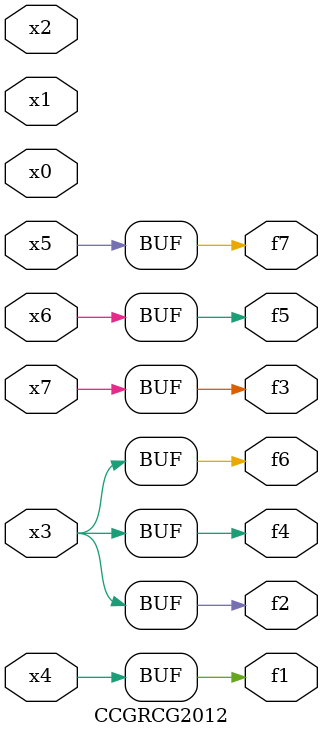
<source format=v>
module CCGRCG2012(
	input x0, x1, x2, x3, x4, x5, x6, x7,
	output f1, f2, f3, f4, f5, f6, f7
);
	assign f1 = x4;
	assign f2 = x3;
	assign f3 = x7;
	assign f4 = x3;
	assign f5 = x6;
	assign f6 = x3;
	assign f7 = x5;
endmodule

</source>
